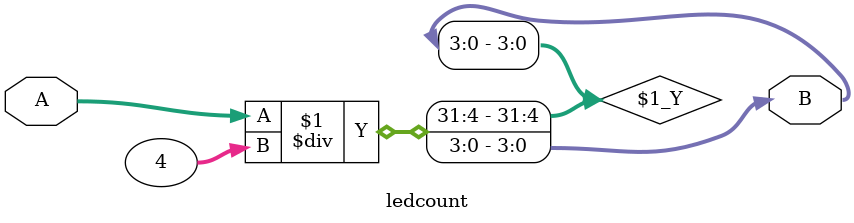
<source format=v>
module ledcount (input [5:0] A, output [3:0] B);
assign B = A / 4; 
endmodule  
 

</source>
